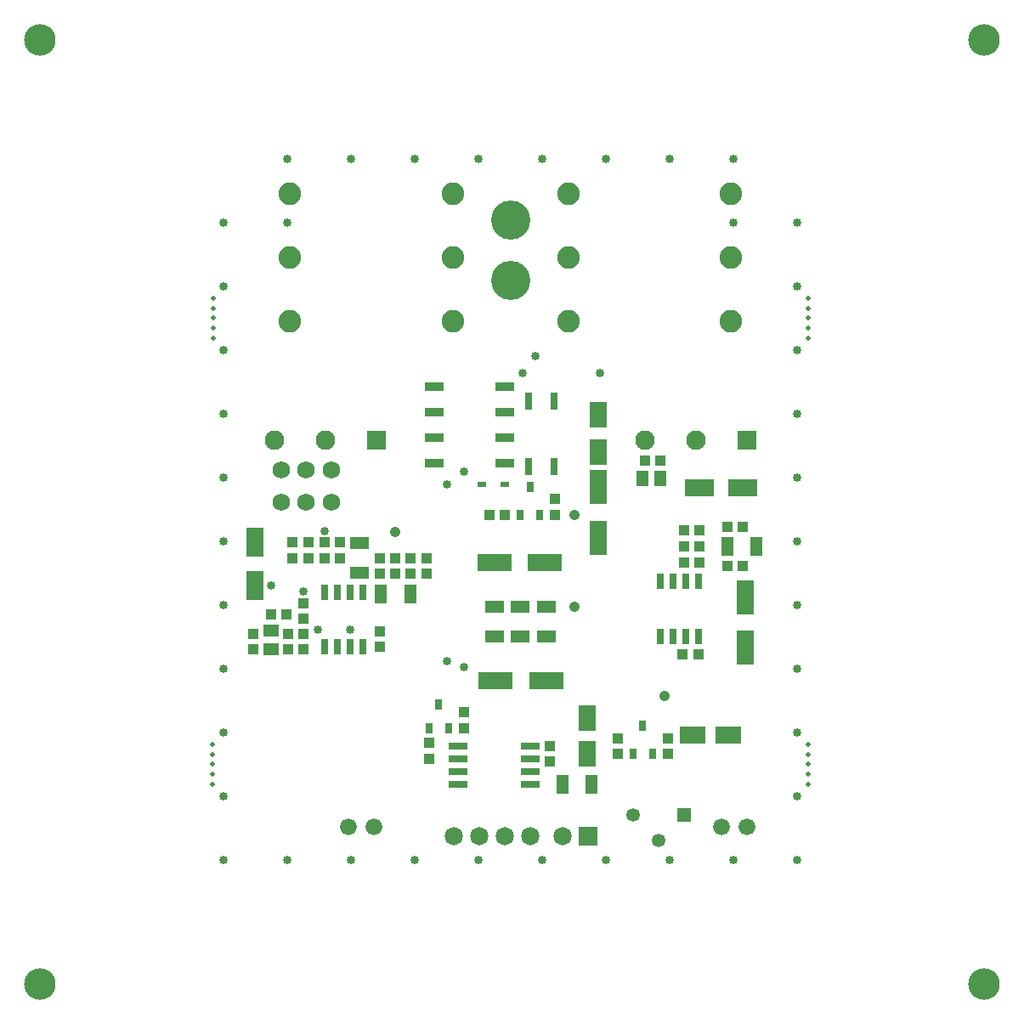
<source format=gts>
G04*
G04 #@! TF.GenerationSoftware,Altium Limited,Altium Designer,19.0.15 (446)*
G04*
G04 Layer_Color=8388736*
%FSLAX25Y25*%
%MOIN*%
G70*
G01*
G75*
%ADD10C,0.11811*%
%ADD32C,0.01968*%
%ADD51C,0.12402*%
%ADD52R,0.06890X0.13189*%
%ADD53R,0.06890X0.10433*%
%ADD54R,0.02953X0.04331*%
%ADD55R,0.07677X0.02953*%
%ADD56R,0.04331X0.04134*%
%ADD57R,0.04921X0.07480*%
%ADD58R,0.10433X0.06890*%
%ADD59R,0.02953X0.06890*%
%ADD60R,0.07677X0.03740*%
%ADD61R,0.06890X0.11614*%
%ADD62R,0.07480X0.04921*%
%ADD63R,0.02953X0.06299*%
%ADD64R,0.13189X0.06890*%
%ADD65R,0.04134X0.04331*%
%ADD66R,0.03740X0.02165*%
%ADD67R,0.07087X0.10433*%
%ADD68R,0.11614X0.06890*%
%ADD69R,0.04528X0.06102*%
%ADD70R,0.06102X0.04528*%
%ADD71C,0.07191*%
%ADD72C,0.06591*%
%ADD73C,0.05315*%
%ADD74R,0.05315X0.05315*%
%ADD75R,0.07191X0.07191*%
%ADD76C,0.06890*%
%ADD77R,0.07678X0.07678*%
%ADD78C,0.07678*%
%ADD79C,0.15355*%
%ADD80C,0.08859*%
%ADD81C,0.03347*%
%ADD82C,0.04091*%
D10*
X11811Y11811D02*
D03*
X381890D02*
D03*
Y381890D02*
D03*
X11811Y381890D02*
D03*
D32*
X312992Y105807D02*
D03*
Y101870D02*
D03*
Y97933D02*
D03*
Y90059D02*
D03*
Y93996D02*
D03*
X312992Y280807D02*
D03*
Y276870D02*
D03*
Y272933D02*
D03*
Y265059D02*
D03*
Y268996D02*
D03*
X79528Y105807D02*
D03*
Y101870D02*
D03*
Y97933D02*
D03*
Y90059D02*
D03*
Y93996D02*
D03*
X79626Y268996D02*
D03*
Y265059D02*
D03*
Y272933D02*
D03*
Y276870D02*
D03*
Y280807D02*
D03*
D51*
X11811Y11811D02*
D03*
X381890D02*
D03*
Y381890D02*
D03*
X11811D02*
D03*
D52*
X288336Y163407D02*
D03*
Y143553D02*
D03*
X230758Y206630D02*
D03*
Y186776D02*
D03*
D53*
X226230Y116007D02*
D03*
Y102056D02*
D03*
D54*
X164419Y112142D02*
D03*
X171899D02*
D03*
X168159Y121394D02*
D03*
X248172Y112923D02*
D03*
X251913Y102096D02*
D03*
X244432D02*
D03*
X203887Y206630D02*
D03*
X207628Y195803D02*
D03*
X200147D02*
D03*
D55*
X175738Y105075D02*
D03*
Y100075D02*
D03*
Y95075D02*
D03*
Y90075D02*
D03*
X204084Y105075D02*
D03*
Y100075D02*
D03*
Y95075D02*
D03*
Y90075D02*
D03*
D56*
X164321Y100134D02*
D03*
Y106236D02*
D03*
X178199Y118244D02*
D03*
Y112142D02*
D03*
X211860Y105055D02*
D03*
Y98953D02*
D03*
X238330Y102096D02*
D03*
Y108198D02*
D03*
X258015Y102096D02*
D03*
Y108198D02*
D03*
X110777Y178874D02*
D03*
Y184976D02*
D03*
X116880Y178874D02*
D03*
Y184976D02*
D03*
X123238Y178874D02*
D03*
Y184976D02*
D03*
X129340D02*
D03*
Y178874D02*
D03*
X115206Y161157D02*
D03*
Y155055D02*
D03*
X144931Y172575D02*
D03*
Y178677D02*
D03*
X151033Y172575D02*
D03*
Y178677D02*
D03*
X157135D02*
D03*
Y172575D02*
D03*
X163238D02*
D03*
Y178677D02*
D03*
X144931Y144032D02*
D03*
Y150134D02*
D03*
X213828Y195803D02*
D03*
Y201905D02*
D03*
X115206Y143047D02*
D03*
Y149150D02*
D03*
X109104D02*
D03*
Y143047D02*
D03*
X95324Y149150D02*
D03*
Y143047D02*
D03*
D57*
X216558Y90075D02*
D03*
X228172D02*
D03*
X145521Y164799D02*
D03*
X157135D02*
D03*
X281250Y183402D02*
D03*
X292864D02*
D03*
D58*
X281723Y109380D02*
D03*
X267772D02*
D03*
D59*
X203513Y214701D02*
D03*
X213513D02*
D03*
X203513Y240291D02*
D03*
X213513D02*
D03*
D60*
X166529Y216138D02*
D03*
Y226138D02*
D03*
Y246138D02*
D03*
Y236138D02*
D03*
X194088D02*
D03*
Y246138D02*
D03*
Y226138D02*
D03*
Y216138D02*
D03*
D61*
X96112Y168060D02*
D03*
Y184964D02*
D03*
D62*
X137057Y172968D02*
D03*
Y184583D02*
D03*
X210285Y159681D02*
D03*
Y148067D02*
D03*
X200049Y148067D02*
D03*
Y159681D02*
D03*
X190009Y148067D02*
D03*
Y159681D02*
D03*
D63*
X123258Y144032D02*
D03*
X128258D02*
D03*
X133257D02*
D03*
X138258D02*
D03*
X123258Y165488D02*
D03*
X128258D02*
D03*
X133257D02*
D03*
X138258D02*
D03*
X254950Y148165D02*
D03*
X259950D02*
D03*
X264950D02*
D03*
X269951D02*
D03*
X254950Y169622D02*
D03*
X259950D02*
D03*
X264950D02*
D03*
X269951D02*
D03*
D64*
X210271Y130842D02*
D03*
X190417D02*
D03*
X189925Y177201D02*
D03*
X209779D02*
D03*
D65*
X194045Y195803D02*
D03*
X187943D02*
D03*
X255167Y216965D02*
D03*
X249065D02*
D03*
X281250Y191177D02*
D03*
X287352D02*
D03*
X287352Y175626D02*
D03*
X281250D02*
D03*
X264320Y189602D02*
D03*
X270423D02*
D03*
X264320Y183411D02*
D03*
X270423D02*
D03*
X270435Y177210D02*
D03*
X264333D02*
D03*
X269931Y141079D02*
D03*
X263828D02*
D03*
X108317Y156630D02*
D03*
X102214D02*
D03*
D66*
X184990Y207614D02*
D03*
X194045D02*
D03*
D67*
X230758Y220213D02*
D03*
Y234976D02*
D03*
D68*
X287339Y206236D02*
D03*
X270436D02*
D03*
D69*
X247899Y209976D02*
D03*
X255182D02*
D03*
D70*
X102214Y150331D02*
D03*
Y143047D02*
D03*
D71*
X204143Y69582D02*
D03*
X194143D02*
D03*
X174143D02*
D03*
X184143D02*
D03*
X216704Y69622D02*
D03*
D72*
X132851Y73362D02*
D03*
X142851D02*
D03*
X278953Y73362D02*
D03*
X288953D02*
D03*
D73*
X244517Y77890D02*
D03*
X254517Y67890D02*
D03*
D74*
X264517Y77890D02*
D03*
D75*
X226704Y69622D02*
D03*
D76*
X116191Y213323D02*
D03*
X126033D02*
D03*
X106348D02*
D03*
Y200724D02*
D03*
X126033D02*
D03*
X116191D02*
D03*
D77*
X289069Y225016D02*
D03*
X143569D02*
D03*
D78*
X269069D02*
D03*
X249068D02*
D03*
X123568D02*
D03*
X103568D02*
D03*
D79*
X196318Y311416D02*
D03*
Y287794D02*
D03*
D80*
X218980Y296616D02*
D03*
X282877D02*
D03*
X218980Y321616D02*
D03*
X282877D02*
D03*
X218980Y271616D02*
D03*
X282877D02*
D03*
X109760Y296616D02*
D03*
X173659D02*
D03*
X109760Y321616D02*
D03*
X173659D02*
D03*
X109760Y271616D02*
D03*
X173659D02*
D03*
D81*
X258869Y335516D02*
D03*
X108869Y60516D02*
D03*
X233869Y335516D02*
D03*
X83868Y85516D02*
D03*
Y235516D02*
D03*
Y160516D02*
D03*
Y135516D02*
D03*
X233869Y60516D02*
D03*
X83868Y285516D02*
D03*
X283869Y310516D02*
D03*
X308869Y135516D02*
D03*
X83868Y260516D02*
D03*
X308869Y160516D02*
D03*
Y235516D02*
D03*
X83868Y60516D02*
D03*
X208869D02*
D03*
X83868Y310516D02*
D03*
Y185516D02*
D03*
Y110516D02*
D03*
X108869Y335516D02*
D03*
X83868Y210516D02*
D03*
X308869Y85516D02*
D03*
Y185516D02*
D03*
Y210516D02*
D03*
Y260516D02*
D03*
X133869Y335516D02*
D03*
X208869D02*
D03*
X308869Y60516D02*
D03*
X183869D02*
D03*
X308869Y310516D02*
D03*
X183869Y335516D02*
D03*
X308869Y285516D02*
D03*
Y110516D02*
D03*
X283869Y60516D02*
D03*
X108869Y310516D02*
D03*
X133869Y60516D02*
D03*
X158869Y335516D02*
D03*
X258869Y60516D02*
D03*
X283869Y335516D02*
D03*
X158869Y60516D02*
D03*
X171309Y207658D02*
D03*
X178199Y136158D02*
D03*
X171309Y138323D02*
D03*
X178199Y212634D02*
D03*
X206040Y258205D02*
D03*
X231250Y251413D02*
D03*
X201132Y251315D02*
D03*
X123238Y189543D02*
D03*
X115206Y165839D02*
D03*
X102313Y168047D02*
D03*
X133257Y150829D02*
D03*
X120718D02*
D03*
D82*
X256643Y124642D02*
D03*
X221468Y159681D02*
D03*
Y195803D02*
D03*
X151033Y189012D02*
D03*
M02*

</source>
